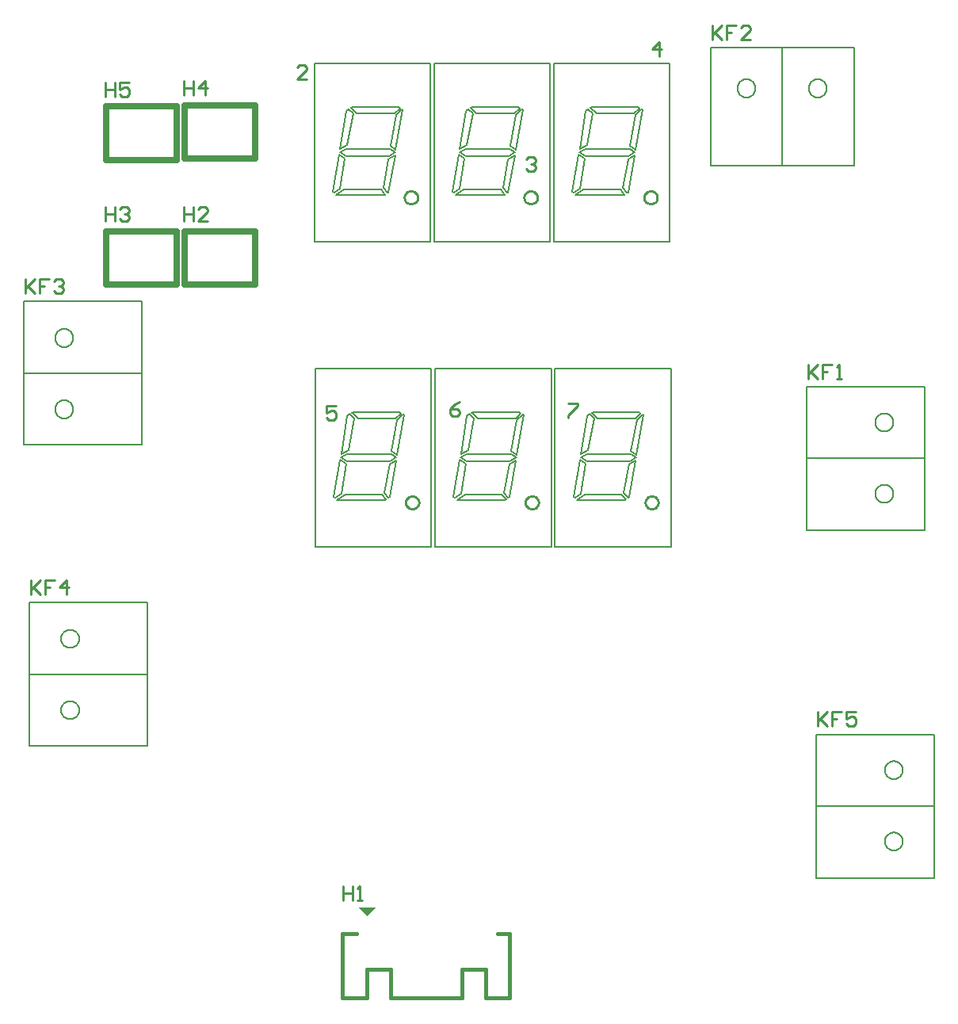
<source format=gto>
G04*
G04 #@! TF.GenerationSoftware,Altium Limited,Altium Designer,18.0.7 (293)*
G04*
G04 Layer_Color=65535*
%FSLAX44Y44*%
%MOMM*%
G71*
G01*
G75*
%ADD10C,0.2540*%
%ADD11C,0.2032*%
%ADD12C,0.1524*%
%ADD13C,0.2000*%
%ADD14C,0.3810*%
%ADD15C,0.6350*%
G36*
X456057Y262763D02*
X438023D01*
X446913Y253873D01*
Y253619D01*
X456057Y262763D01*
D02*
G37*
D10*
X502160Y695452D02*
X501731Y697886D01*
X500495Y700026D01*
X498602Y701615D01*
X496279Y702460D01*
X493808D01*
X491485Y701615D01*
X489592Y700026D01*
X488356Y697886D01*
X487927Y695452D01*
X488356Y693018D01*
X489592Y690878D01*
X491485Y689289D01*
X493808Y688444D01*
X496279D01*
X498602Y689289D01*
X500495Y690878D01*
X501731Y693018D01*
X502160Y695452D01*
X758197D02*
X757768Y697886D01*
X756532Y700026D01*
X754639Y701615D01*
X752316Y702460D01*
X749845D01*
X747522Y701615D01*
X745629Y700026D01*
X744393Y697886D01*
X743964Y695452D01*
X744393Y693018D01*
X745629Y690878D01*
X747522Y689289D01*
X749845Y688444D01*
X752316D01*
X754639Y689289D01*
X756532Y690878D01*
X757768Y693018D01*
X758197Y695452D01*
X630178D02*
X629749Y697886D01*
X628514Y700026D01*
X626620Y701615D01*
X624298Y702460D01*
X621826D01*
X619504Y701615D01*
X617610Y700026D01*
X616375Y697886D01*
X615946Y695452D01*
X616375Y693018D01*
X617610Y690878D01*
X619504Y689289D01*
X621826Y688444D01*
X624298D01*
X626620Y689289D01*
X628514Y690878D01*
X629749Y693018D01*
X630178Y695452D01*
X628909Y1021334D02*
X628479Y1023768D01*
X627244Y1025908D01*
X625350Y1027497D01*
X623028Y1028342D01*
X620556D01*
X618234Y1027497D01*
X616340Y1025908D01*
X615105Y1023768D01*
X614675Y1021334D01*
X615105Y1018900D01*
X616340Y1016760D01*
X618234Y1015171D01*
X620556Y1014326D01*
X623028D01*
X625350Y1015171D01*
X627244Y1016760D01*
X628479Y1018900D01*
X628909Y1021334D01*
X756927D02*
X756498Y1023768D01*
X755262Y1025908D01*
X753369Y1027497D01*
X751046Y1028342D01*
X748575D01*
X746252Y1027497D01*
X744359Y1025908D01*
X743123Y1023768D01*
X742694Y1021334D01*
X743123Y1018900D01*
X744359Y1016760D01*
X746252Y1015171D01*
X748575Y1014326D01*
X751046D01*
X753369Y1015171D01*
X755262Y1016760D01*
X756498Y1018900D01*
X756927Y1021334D01*
X500890D02*
X500461Y1023768D01*
X499225Y1025908D01*
X497332Y1027497D01*
X495009Y1028342D01*
X492538D01*
X490215Y1027497D01*
X488322Y1025908D01*
X487086Y1023768D01*
X486657Y1021334D01*
X487086Y1018900D01*
X488322Y1016760D01*
X490215Y1015171D01*
X492538Y1014326D01*
X495009D01*
X497332Y1015171D01*
X499225Y1016760D01*
X500461Y1018900D01*
X500890Y1021334D01*
X928370Y471673D02*
Y456438D01*
Y461516D01*
X938527Y471673D01*
X930909Y464055D01*
X938527Y456438D01*
X953762Y471673D02*
X943605D01*
Y464055D01*
X948683D01*
X943605D01*
Y456438D01*
X968997Y471673D02*
X958840D01*
Y464055D01*
X963919Y466595D01*
X966458D01*
X968997Y464055D01*
Y458977D01*
X966458Y456438D01*
X961379D01*
X958840Y458977D01*
X87884Y612897D02*
Y597662D01*
Y602740D01*
X98041Y612897D01*
X90423Y605280D01*
X98041Y597662D01*
X113276Y612897D02*
X103119D01*
Y605280D01*
X108197D01*
X103119D01*
Y597662D01*
X125972D02*
Y612897D01*
X118354Y605280D01*
X128511D01*
X81534Y934207D02*
Y918972D01*
Y924050D01*
X91691Y934207D01*
X84073Y926590D01*
X91691Y918972D01*
X106926Y934207D02*
X96769D01*
Y926590D01*
X101847D01*
X96769D01*
Y918972D01*
X112004Y931668D02*
X114543Y934207D01*
X119622D01*
X122161Y931668D01*
Y929129D01*
X119622Y926590D01*
X117083D01*
X119622D01*
X122161Y924050D01*
Y921511D01*
X119622Y918972D01*
X114543D01*
X112004Y921511D01*
X815594Y1204971D02*
Y1189736D01*
Y1194814D01*
X825751Y1204971D01*
X818133Y1197354D01*
X825751Y1189736D01*
X840986Y1204971D02*
X830829D01*
Y1197354D01*
X835907D01*
X830829D01*
Y1189736D01*
X856221D02*
X846064D01*
X856221Y1199893D01*
Y1202432D01*
X853682Y1204971D01*
X848603D01*
X846064Y1202432D01*
X918210Y843021D02*
Y827786D01*
Y832864D01*
X928367Y843021D01*
X920749Y835404D01*
X928367Y827786D01*
X943602Y843021D02*
X933445D01*
Y835404D01*
X938523D01*
X933445D01*
Y827786D01*
X948680D02*
X953758D01*
X951219D01*
Y843021D01*
X948680Y840482D01*
X167640Y1144519D02*
Y1129284D01*
Y1136901D01*
X177797D01*
Y1144519D01*
Y1129284D01*
X193032Y1144519D02*
X182875D01*
Y1136901D01*
X187953Y1139441D01*
X190493D01*
X193032Y1136901D01*
Y1131823D01*
X190493Y1129284D01*
X185414D01*
X182875Y1131823D01*
X251460Y1145789D02*
Y1130554D01*
Y1138171D01*
X261617D01*
Y1145789D01*
Y1130554D01*
X274313D02*
Y1145789D01*
X266695Y1138171D01*
X276852D01*
X167640Y1011169D02*
Y995934D01*
Y1003551D01*
X177797D01*
Y1011169D01*
Y995934D01*
X182875Y1008630D02*
X185414Y1011169D01*
X190493D01*
X193032Y1008630D01*
Y1006091D01*
X190493Y1003551D01*
X187953D01*
X190493D01*
X193032Y1001012D01*
Y998473D01*
X190493Y995934D01*
X185414D01*
X182875Y998473D01*
X251460Y1011169D02*
Y995934D01*
Y1003551D01*
X261617D01*
Y1011169D01*
Y995934D01*
X276852D02*
X266695D01*
X276852Y1006091D01*
Y1008630D01*
X274313Y1011169D01*
X269234D01*
X266695Y1008630D01*
X420878Y285491D02*
Y270256D01*
Y277873D01*
X431035D01*
Y285491D01*
Y270256D01*
X436113D02*
X441191D01*
X438652D01*
Y285491D01*
X436113Y282952D01*
X661670Y801365D02*
X671827D01*
Y798826D01*
X661670Y788669D01*
Y786130D01*
X546097Y802635D02*
X541018Y800096D01*
X535940Y795017D01*
Y789939D01*
X538479Y787400D01*
X543558D01*
X546097Y789939D01*
Y792478D01*
X543558Y795017D01*
X535940D01*
X414017Y798825D02*
X403860D01*
Y791208D01*
X408938Y793747D01*
X411478D01*
X414017Y791208D01*
Y786129D01*
X411478Y783590D01*
X406399D01*
X403860Y786129D01*
X759457Y1172210D02*
Y1187445D01*
X751840Y1179827D01*
X761997D01*
X617220Y1061716D02*
X619759Y1064255D01*
X624837D01*
X627377Y1061716D01*
Y1059177D01*
X624837Y1056637D01*
X622298D01*
X624837D01*
X627377Y1054098D01*
Y1051559D01*
X624837Y1049020D01*
X619759D01*
X617220Y1051559D01*
X382137Y1147699D02*
X371981D01*
X382137Y1157856D01*
Y1160395D01*
X379598Y1162934D01*
X374520D01*
X371981Y1160395D01*
D11*
X1009162Y781050D02*
X1008832Y783553D01*
X1007866Y785886D01*
X1006329Y787889D01*
X1004326Y789426D01*
X1001993Y790393D01*
X999490Y790722D01*
X996987Y790393D01*
X994654Y789426D01*
X992651Y787889D01*
X991114Y785886D01*
X990147Y783553D01*
X989818Y781050D01*
X990147Y778547D01*
X991114Y776214D01*
X992651Y774211D01*
X994654Y772674D01*
X996987Y771708D01*
X999490Y771378D01*
X1001993Y771708D01*
X1004326Y772674D01*
X1006329Y774211D01*
X1007866Y776214D01*
X1008832Y778547D01*
X1009162Y781050D01*
Y704850D02*
X1008832Y707353D01*
X1007866Y709686D01*
X1006329Y711689D01*
X1004326Y713226D01*
X1001993Y714193D01*
X999490Y714522D01*
X996987Y714193D01*
X994654Y713226D01*
X992651Y711689D01*
X991114Y709686D01*
X990147Y707353D01*
X989818Y704850D01*
X990147Y702347D01*
X991114Y700014D01*
X992651Y698011D01*
X994654Y696474D01*
X996987Y695508D01*
X999490Y695178D01*
X1001993Y695508D01*
X1004326Y696474D01*
X1006329Y698011D01*
X1007866Y700014D01*
X1008832Y702347D01*
X1009162Y704850D01*
X861842Y1137920D02*
X861513Y1140423D01*
X860546Y1142756D01*
X859009Y1144759D01*
X857006Y1146296D01*
X854673Y1147262D01*
X852170Y1147592D01*
X849667Y1147262D01*
X847334Y1146296D01*
X845331Y1144759D01*
X843794Y1142756D01*
X842828Y1140423D01*
X842498Y1137920D01*
X842828Y1135417D01*
X843794Y1133084D01*
X845331Y1131081D01*
X847334Y1129544D01*
X849667Y1128577D01*
X852170Y1128248D01*
X854673Y1128577D01*
X857006Y1129544D01*
X859009Y1131081D01*
X860546Y1133084D01*
X861513Y1135417D01*
X861842Y1137920D01*
X938042D02*
X937712Y1140423D01*
X936746Y1142756D01*
X935209Y1144759D01*
X933206Y1146296D01*
X930873Y1147262D01*
X928370Y1147592D01*
X925867Y1147262D01*
X923534Y1146296D01*
X921531Y1144759D01*
X919994Y1142756D01*
X919027Y1140423D01*
X918698Y1137920D01*
X919027Y1135417D01*
X919994Y1133084D01*
X921531Y1131081D01*
X923534Y1129544D01*
X925867Y1128577D01*
X928370Y1128248D01*
X930873Y1128577D01*
X933206Y1129544D01*
X935209Y1131081D01*
X936746Y1133084D01*
X937712Y1135417D01*
X938042Y1137920D01*
X132862Y795020D02*
X132533Y797523D01*
X131566Y799856D01*
X130029Y801859D01*
X128026Y803396D01*
X125693Y804362D01*
X123190Y804692D01*
X120687Y804362D01*
X118354Y803396D01*
X116351Y801859D01*
X114814Y799856D01*
X113848Y797523D01*
X113518Y795020D01*
X113848Y792517D01*
X114814Y790184D01*
X116351Y788181D01*
X118354Y786644D01*
X120687Y785677D01*
X123190Y785348D01*
X125693Y785677D01*
X128026Y786644D01*
X130029Y788181D01*
X131566Y790184D01*
X132533Y792517D01*
X132862Y795020D01*
Y871220D02*
X132533Y873723D01*
X131566Y876056D01*
X130029Y878059D01*
X128026Y879596D01*
X125693Y880563D01*
X123190Y880892D01*
X120687Y880563D01*
X118354Y879596D01*
X116351Y878059D01*
X114814Y876056D01*
X113848Y873723D01*
X113518Y871220D01*
X113848Y868717D01*
X114814Y866384D01*
X116351Y864381D01*
X118354Y862844D01*
X120687Y861878D01*
X123190Y861548D01*
X125693Y861878D01*
X128026Y862844D01*
X130029Y864381D01*
X131566Y866384D01*
X132533Y868717D01*
X132862Y871220D01*
X139212Y473710D02*
X138883Y476213D01*
X137916Y478546D01*
X136379Y480549D01*
X134376Y482086D01*
X132043Y483052D01*
X129540Y483382D01*
X127037Y483052D01*
X124704Y482086D01*
X122701Y480549D01*
X121164Y478546D01*
X120197Y476213D01*
X119868Y473710D01*
X120197Y471207D01*
X121164Y468874D01*
X122701Y466871D01*
X124704Y465334D01*
X127037Y464367D01*
X129540Y464038D01*
X132043Y464367D01*
X134376Y465334D01*
X136379Y466871D01*
X137916Y468874D01*
X138883Y471207D01*
X139212Y473710D01*
Y549910D02*
X138883Y552413D01*
X137916Y554746D01*
X136379Y556749D01*
X134376Y558286D01*
X132043Y559253D01*
X129540Y559582D01*
X127037Y559253D01*
X124704Y558286D01*
X122701Y556749D01*
X121164Y554746D01*
X120197Y552413D01*
X119868Y549910D01*
X120197Y547407D01*
X121164Y545074D01*
X122701Y543071D01*
X124704Y541534D01*
X127037Y540568D01*
X129540Y540238D01*
X132043Y540568D01*
X134376Y541534D01*
X136379Y543071D01*
X137916Y545074D01*
X138883Y547407D01*
X139212Y549910D01*
X1019322Y409702D02*
X1018992Y412205D01*
X1018026Y414538D01*
X1016489Y416541D01*
X1014486Y418078D01*
X1012153Y419044D01*
X1009650Y419374D01*
X1007147Y419044D01*
X1004814Y418078D01*
X1002811Y416541D01*
X1001274Y414538D01*
X1000307Y412205D01*
X999978Y409702D01*
X1000307Y407199D01*
X1001274Y404866D01*
X1002811Y402863D01*
X1004814Y401326D01*
X1007147Y400359D01*
X1009650Y400030D01*
X1012153Y400359D01*
X1014486Y401326D01*
X1016489Y402863D01*
X1018026Y404866D01*
X1018992Y407199D01*
X1019322Y409702D01*
Y333502D02*
X1018992Y336005D01*
X1018026Y338338D01*
X1016489Y340341D01*
X1014486Y341878D01*
X1012153Y342845D01*
X1009650Y343174D01*
X1007147Y342845D01*
X1004814Y341878D01*
X1002811Y340341D01*
X1001274Y338338D01*
X1000307Y336005D01*
X999978Y333502D01*
X1000307Y330999D01*
X1001274Y328666D01*
X1002811Y326663D01*
X1004814Y325126D01*
X1007147Y324160D01*
X1009650Y323830D01*
X1012153Y324160D01*
X1014486Y325126D01*
X1016489Y326663D01*
X1018026Y328666D01*
X1018992Y330999D01*
X1019322Y333502D01*
D12*
X391665Y648208D02*
Y838708D01*
X515617D01*
Y648208D02*
Y838708D01*
X391665Y648208D02*
X515617D01*
X462785Y703834D02*
X467357Y698500D01*
X466342Y697738D02*
X467357Y698500D01*
X470914Y701040D02*
X478026Y740664D01*
X469644Y700278D02*
X470914Y701040D01*
X465326Y705612D02*
X469644Y700278D01*
X465326Y705612D02*
X470914Y736600D01*
X471930Y737108D01*
X478026Y740664D01*
X428242Y697738D02*
X466342D01*
X485137Y789686D02*
X486408Y789178D01*
X478787Y746252D02*
X486408Y789178D01*
X472946Y750316D02*
X478787Y746252D01*
X472946Y750316D02*
X479041Y783590D01*
X485137Y789686D01*
X416811Y697738D02*
X422146D01*
X431544Y791718D02*
X434084D01*
X430782Y791210D02*
X431544Y791718D01*
X430782Y791210D02*
X431035Y790956D01*
X437132Y785368D01*
X428242Y789940D02*
X433321Y785368D01*
X425701Y787908D02*
X428242Y789940D01*
X472183Y785368D02*
X477518D01*
X483106Y790702D01*
X481581Y791718D02*
X483106Y790702D01*
X478279Y791718D02*
X481581D01*
X433576D02*
X478279D01*
X471422Y739648D02*
X478279Y743458D01*
X472691Y747268D02*
X478279Y743458D01*
X423415Y703834D02*
X462785D01*
X414780Y698246D02*
X423415Y703834D01*
X414780Y698246D02*
X415541Y697738D01*
X416049D01*
X422907D01*
X415541D02*
X428242D01*
X413002Y700278D02*
X419352Y704596D01*
X411223Y701802D02*
X413002Y700278D01*
X419352Y704596D01*
X424431Y737108D01*
X411223Y701802D02*
X418082Y740918D01*
X424431Y737108D01*
X425701Y739648D02*
X471422D01*
X418843Y743966D02*
X425701Y739648D01*
X437132Y785368D02*
X472691D01*
X426972Y751078D02*
X433321Y785368D01*
X419352Y747268D02*
X425701Y787908D01*
X419352Y747268D02*
X426972Y751078D01*
X425701Y747268D02*
X472691D01*
X418843Y743966D02*
X425701Y747268D01*
X647702Y648208D02*
Y838708D01*
X771655D01*
Y648208D02*
Y838708D01*
X647702Y648208D02*
X771655D01*
X718822Y703834D02*
X723394Y698500D01*
X722378Y697738D02*
X723394Y698500D01*
X726951Y701040D02*
X734062Y740664D01*
X725680Y700278D02*
X726951Y701040D01*
X721363Y705612D02*
X725680Y700278D01*
X721363Y705612D02*
X726951Y736600D01*
X727967Y737108D01*
X734062Y740664D01*
X684278Y697738D02*
X722378D01*
X741174Y789686D02*
X742445Y789178D01*
X734825Y746252D02*
X742445Y789178D01*
X728982Y750316D02*
X734825Y746252D01*
X728982Y750316D02*
X735079Y783590D01*
X741174Y789686D01*
X672849Y697738D02*
X678183D01*
X687580Y791718D02*
X690120D01*
X686818Y791210D02*
X687580Y791718D01*
X686818Y791210D02*
X687073Y790956D01*
X693168Y785368D01*
X684278Y789940D02*
X689359Y785368D01*
X681739Y787908D02*
X684278Y789940D01*
X728221Y785368D02*
X733555D01*
X739143Y790702D01*
X737618Y791718D02*
X739143Y790702D01*
X734316Y791718D02*
X737618D01*
X689613D02*
X734316D01*
X727458Y739648D02*
X734316Y743458D01*
X728728Y747268D02*
X734316Y743458D01*
X679453Y703834D02*
X718822D01*
X670816Y698246D02*
X679453Y703834D01*
X670816Y698246D02*
X671579Y697738D01*
X672086D01*
X678944D01*
X671579D02*
X684278D01*
X669038Y700278D02*
X675388Y704596D01*
X667261Y701802D02*
X669038Y700278D01*
X675388Y704596D01*
X680469Y737108D01*
X667261Y701802D02*
X674118Y740918D01*
X680469Y737108D01*
X681739Y739648D02*
X727458D01*
X674881Y743966D02*
X681739Y739648D01*
X693168Y785368D02*
X728728D01*
X683008Y751078D02*
X689359Y785368D01*
X675388Y747268D02*
X681739Y787908D01*
X675388Y747268D02*
X683008Y751078D01*
X681739Y747268D02*
X728728D01*
X674881Y743966D02*
X681739Y747268D01*
X519684Y648208D02*
Y838708D01*
X643636D01*
Y648208D02*
Y838708D01*
X519684Y648208D02*
X643636D01*
X590804Y703834D02*
X595376Y698500D01*
X594360Y697738D02*
X595376Y698500D01*
X598932Y701040D02*
X606044Y740664D01*
X597662Y700278D02*
X598932Y701040D01*
X593344Y705612D02*
X597662Y700278D01*
X593344Y705612D02*
X598932Y736600D01*
X599948Y737108D01*
X606044Y740664D01*
X556260Y697738D02*
X594360D01*
X613156Y789686D02*
X614426Y789178D01*
X606806Y746252D02*
X614426Y789178D01*
X600964Y750316D02*
X606806Y746252D01*
X600964Y750316D02*
X607060Y783590D01*
X613156Y789686D01*
X544830Y697738D02*
X550164D01*
X559562Y791718D02*
X562102D01*
X558800Y791210D02*
X559562Y791718D01*
X558800Y791210D02*
X559054Y790956D01*
X565150Y785368D01*
X556260Y789940D02*
X561340Y785368D01*
X553720Y787908D02*
X556260Y789940D01*
X600202Y785368D02*
X605536D01*
X611124Y790702D01*
X609600Y791718D02*
X611124Y790702D01*
X606298Y791718D02*
X609600D01*
X561594D02*
X606298D01*
X599440Y739648D02*
X606298Y743458D01*
X600710Y747268D02*
X606298Y743458D01*
X551434Y703834D02*
X590804D01*
X542798Y698246D02*
X551434Y703834D01*
X542798Y698246D02*
X543560Y697738D01*
X544068D01*
X550926D01*
X543560D02*
X556260D01*
X541020Y700278D02*
X547370Y704596D01*
X539242Y701802D02*
X541020Y700278D01*
X547370Y704596D01*
X552450Y737108D01*
X539242Y701802D02*
X546100Y740918D01*
X552450Y737108D01*
X553720Y739648D02*
X599440D01*
X546862Y743966D02*
X553720Y739648D01*
X565150Y785368D02*
X600710D01*
X554990Y751078D02*
X561340Y785368D01*
X547370Y747268D02*
X553720Y787908D01*
X547370Y747268D02*
X554990Y751078D01*
X553720Y747268D02*
X600710D01*
X546862Y743966D02*
X553720Y747268D01*
X518414Y974090D02*
Y1164590D01*
X642366D01*
Y974090D02*
Y1164590D01*
X518414Y974090D02*
X642366D01*
X589534Y1029716D02*
X594106Y1024382D01*
X593090Y1023620D02*
X594106Y1024382D01*
X597662Y1026922D02*
X604774Y1066546D01*
X596392Y1026160D02*
X597662Y1026922D01*
X592074Y1031494D02*
X596392Y1026160D01*
X592074Y1031494D02*
X597662Y1062482D01*
X598678Y1062990D01*
X604774Y1066546D01*
X554990Y1023620D02*
X593090D01*
X611886Y1115568D02*
X613156Y1115060D01*
X605536Y1072134D02*
X613156Y1115060D01*
X599694Y1076198D02*
X605536Y1072134D01*
X599694Y1076198D02*
X605790Y1109472D01*
X611886Y1115568D01*
X543560Y1023620D02*
X548894D01*
X558292Y1117600D02*
X560832D01*
X557530Y1117092D02*
X558292Y1117600D01*
X557530Y1117092D02*
X557784Y1116838D01*
X563880Y1111250D01*
X554990Y1115822D02*
X560070Y1111250D01*
X552450Y1113790D02*
X554990Y1115822D01*
X598932Y1111250D02*
X604266D01*
X609854Y1116584D01*
X608330Y1117600D02*
X609854Y1116584D01*
X605028Y1117600D02*
X608330D01*
X560324D02*
X605028D01*
X598170Y1065530D02*
X605028Y1069340D01*
X599440Y1073150D02*
X605028Y1069340D01*
X550164Y1029716D02*
X589534D01*
X541528Y1024128D02*
X550164Y1029716D01*
X541528Y1024128D02*
X542290Y1023620D01*
X542798D01*
X549656D01*
X542290D02*
X554990D01*
X539750Y1026160D02*
X546100Y1030478D01*
X537972Y1027684D02*
X539750Y1026160D01*
X546100Y1030478D01*
X551180Y1062990D01*
X537972Y1027684D02*
X544830Y1066800D01*
X551180Y1062990D01*
X552450Y1065530D02*
X598170D01*
X545592Y1069848D02*
X552450Y1065530D01*
X563880Y1111250D02*
X599440D01*
X553720Y1076960D02*
X560070Y1111250D01*
X546100Y1073150D02*
X552450Y1113790D01*
X546100Y1073150D02*
X553720Y1076960D01*
X552450Y1073150D02*
X599440D01*
X545592Y1069848D02*
X552450Y1073150D01*
X673611Y1069848D02*
X680469Y1073150D01*
X727458D01*
X674118D02*
X681739Y1076960D01*
X674118Y1073150D02*
X680469Y1113790D01*
X681739Y1076960D02*
X688089Y1111250D01*
X691898D02*
X727458D01*
X673611Y1069848D02*
X680469Y1065530D01*
X726189D01*
X672849Y1066800D02*
X679199Y1062990D01*
X665991Y1027684D02*
X672849Y1066800D01*
X674118Y1030478D02*
X679199Y1062990D01*
X667768Y1026160D02*
X674118Y1030478D01*
X665991Y1027684D02*
X667768Y1026160D01*
X674118Y1030478D01*
X670309Y1023620D02*
X683008D01*
X670816D02*
X677674D01*
X670309D02*
X670816D01*
X669547Y1024128D02*
X670309Y1023620D01*
X669547Y1024128D02*
X678183Y1029716D01*
X717552D01*
X727458Y1073150D02*
X733046Y1069340D01*
X726189Y1065530D02*
X733046Y1069340D01*
X688343Y1117600D02*
X733046D01*
X736348D01*
X737872Y1116584D01*
X732284Y1111250D02*
X737872Y1116584D01*
X726951Y1111250D02*
X732284D01*
X680469Y1113790D02*
X683008Y1115822D01*
X688089Y1111250D01*
X685803Y1116838D02*
X691898Y1111250D01*
X685548Y1117092D02*
X685803Y1116838D01*
X685548Y1117092D02*
X686311Y1117600D01*
X688850D01*
X671579Y1023620D02*
X676913D01*
X733809Y1109472D02*
X739904Y1115568D01*
X727712Y1076198D02*
X733809Y1109472D01*
X727712Y1076198D02*
X733555Y1072134D01*
X741174Y1115060D01*
X739904Y1115568D02*
X741174Y1115060D01*
X683008Y1023620D02*
X721108D01*
X726696Y1062990D02*
X732793Y1066546D01*
X725680Y1062482D02*
X726696Y1062990D01*
X720092Y1031494D02*
X725680Y1062482D01*
X720092Y1031494D02*
X724410Y1026160D01*
X725680Y1026922D01*
X732793Y1066546D01*
X721108Y1023620D02*
X722124Y1024382D01*
X717552Y1029716D02*
X722124Y1024382D01*
X646432Y974090D02*
X770385D01*
Y1164590D01*
X646432D02*
X770385D01*
X646432Y974090D02*
Y1164590D01*
X417574Y1069848D02*
X424431Y1073150D01*
X471422D01*
X418082D02*
X425701Y1076960D01*
X418082Y1073150D02*
X424431Y1113790D01*
X425701Y1076960D02*
X432052Y1111250D01*
X435862D02*
X471422D01*
X417574Y1069848D02*
X424431Y1065530D01*
X470151D01*
X416811Y1066800D02*
X423162Y1062990D01*
X409953Y1027684D02*
X416811Y1066800D01*
X418082Y1030478D02*
X423162Y1062990D01*
X411731Y1026160D02*
X418082Y1030478D01*
X409953Y1027684D02*
X411731Y1026160D01*
X418082Y1030478D01*
X414272Y1023620D02*
X426972D01*
X414780D02*
X421637D01*
X414272D02*
X414780D01*
X413509Y1024128D02*
X414272Y1023620D01*
X413509Y1024128D02*
X422146Y1029716D01*
X461516D01*
X471422Y1073150D02*
X477010Y1069340D01*
X470151Y1065530D02*
X477010Y1069340D01*
X432305Y1117600D02*
X477010D01*
X480312D01*
X481836Y1116584D01*
X476247Y1111250D02*
X481836Y1116584D01*
X470914Y1111250D02*
X476247D01*
X424431Y1113790D02*
X426972Y1115822D01*
X432052Y1111250D01*
X429766Y1116838D02*
X435862Y1111250D01*
X429511Y1117092D02*
X429766Y1116838D01*
X429511Y1117092D02*
X430274Y1117600D01*
X432813D01*
X415541Y1023620D02*
X420876D01*
X477771Y1109472D02*
X483867Y1115568D01*
X471675Y1076198D02*
X477771Y1109472D01*
X471675Y1076198D02*
X477518Y1072134D01*
X485137Y1115060D01*
X483867Y1115568D02*
X485137Y1115060D01*
X426972Y1023620D02*
X465071D01*
X470659Y1062990D02*
X476755Y1066546D01*
X469644Y1062482D02*
X470659Y1062990D01*
X464055Y1031494D02*
X469644Y1062482D01*
X464055Y1031494D02*
X468373Y1026160D01*
X469644Y1026922D01*
X476755Y1066546D01*
X465071Y1023620D02*
X466087Y1024382D01*
X461516Y1029716D02*
X466087Y1024382D01*
X390396Y974090D02*
X514347D01*
Y1164590D01*
X390396D02*
X514347D01*
X390396Y974090D02*
Y1164590D01*
D13*
X916686Y665598D02*
Y819150D01*
X1042670Y665598D02*
Y819150D01*
X916686Y742950D02*
X1042177D01*
X916686Y665598D02*
X1034865D01*
X1042670D01*
X916686Y819150D02*
X1042670D01*
X814070Y1055116D02*
X967622D01*
X814070Y1181100D02*
X967622D01*
X890270Y1055116D02*
Y1180607D01*
X967622Y1055116D02*
Y1173295D01*
Y1181100D01*
X814070Y1055116D02*
Y1181100D01*
X205994Y756920D02*
Y910472D01*
X80010Y756920D02*
Y910472D01*
X80503Y833120D02*
X205994D01*
X87815Y910472D02*
X205994D01*
X80010D02*
X87815D01*
X80010Y756920D02*
X205994D01*
X212344Y435610D02*
Y589162D01*
X86360Y435610D02*
Y589162D01*
X86853Y511810D02*
X212344D01*
X94165Y589162D02*
X212344D01*
X86360D02*
X94165D01*
X86360Y435610D02*
X212344D01*
X926846Y294250D02*
Y447802D01*
X1052830Y294250D02*
Y447802D01*
X926846Y371602D02*
X1052337D01*
X926846Y294250D02*
X1045025D01*
X1052830D01*
X926846Y447802D02*
X1052830D01*
D14*
X586740Y234950D02*
X599440D01*
X574040Y166370D02*
X599440D01*
X574040D02*
Y196850D01*
X548640D02*
X574040D01*
X548640Y166370D02*
Y196850D01*
X472440Y166370D02*
X548640D01*
X472440D02*
Y196850D01*
X447040D02*
X472440D01*
X447040Y166370D02*
Y196850D01*
X420360Y166370D02*
X447040D01*
X599440D02*
Y234950D01*
X420360Y166370D02*
Y234950D01*
X435600D01*
D15*
X243240Y1061410D02*
Y1118610D01*
X168240Y1061410D02*
X243240D01*
X168240D02*
Y1118610D01*
X243240D01*
X327132Y1062680D02*
Y1119880D01*
X252132Y1062680D02*
X327132D01*
X252132D02*
Y1119880D01*
X327132D01*
X243240Y928060D02*
Y985260D01*
X168240Y928060D02*
X243240D01*
X168240D02*
Y985260D01*
X243240D01*
X327132Y928060D02*
Y985260D01*
X252132Y928060D02*
X327132D01*
X252132D02*
Y985260D01*
X327132D01*
M02*

</source>
